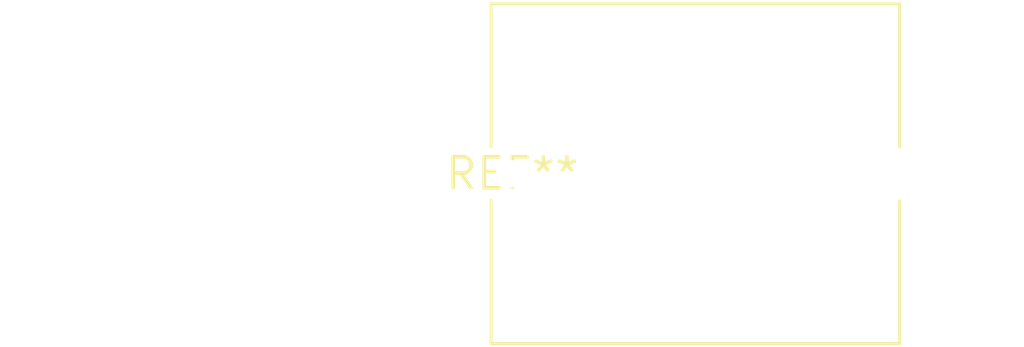
<source format=kicad_pcb>
(kicad_pcb (version 20240108) (generator pcbnew)
  (layers (0 "F.Cu" signal) (31 "B.Cu" signal) (34 "B.Paste" user) (35 "F.Paste" user) (36 "B.SilkS" user "B.Silkscreen") (37 "F.SilkS" user "F.Silkscreen") (38 "B.Mask" user) (39 "F.Mask" user) (44 "Edge.Cuts" user))
  (net 0 "")
  (footprint "C_Rect_L16.5mm_W13.7mm_P15.00mm_MKT" (layer "F.Cu") (at 0 0)
    (property "Reference" "REF**")
    (property "Value" "C_Rect_L16.5mm_W13.7mm_P15.00mm_MKT")
    (fp_line (start -0.87 -6.97) (end -0.87 -1.104) (layer "F.SilkS") (stroke (width 0.12)))
    (fp_line (start -0.87 -6.97) (end 15.87 -6.97) (layer "F.SilkS") (stroke (width 0.12)))
    (fp_line (start -0.87 1.104) (end -0.87 6.97) (layer "F.SilkS") (stroke (width 0.12)))
    (fp_line (start -0.87 6.97) (end 15.87 6.97) (layer "F.SilkS") (stroke (width 0.12)))
    (fp_line (start 15.87 -6.97) (end 15.87 -1.104) (layer "F.SilkS") (stroke (width 0.12)))
    (fp_line (start 15.87 1.104) (end 15.87 6.97) (layer "F.SilkS") (stroke (width 0.12)))
    (pad "1" thru_hole circle (at 0 0) (size 2.2 2.2) (drill 1.1) (layers *.Cu *.Mask) (remove_unused_layers))
    (pad "2" thru_hole circle (at 15 0) (size 2.2 2.2) (drill 1.1) (layers *.Cu *.Mask) (remove_unused_layers))
  )
)
</source>
